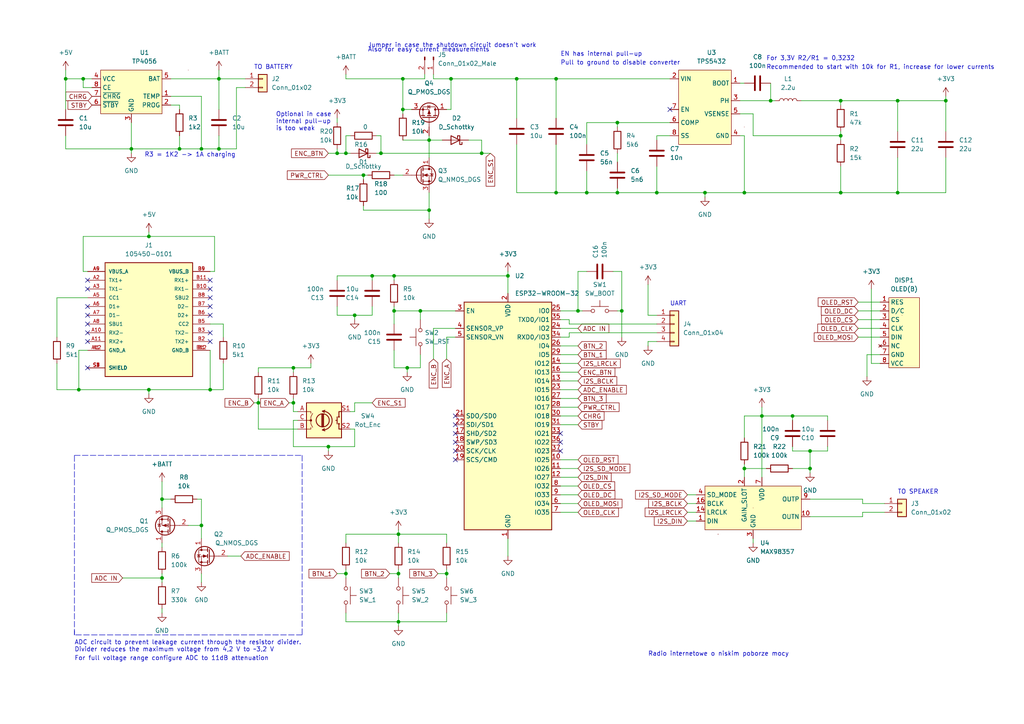
<source format=kicad_sch>
(kicad_sch (version 20211123) (generator eeschema)
  (paper "A4")
  (junction (at 190.5 55.88))
  (junction (at 19.05 22.86))
  (junction (at 107.95 80.01))
  (junction (at 85.09 106.68))
  (junction (at 58.42 43.18))
  (junction (at 124.46 40.64))
  (junction (at 243.84 55.88))
  (junction (at 46.99 167.64))
  (junction (at 63.5 22.86))
  (junction (at 95.25 129.54))
  (junction (at 121.92 90.17))
  (junction (at 147.32 80.01))
  (junction (at 161.29 55.88))
  (junction (at 124.46 60.96))
  (junction (at 114.3 80.01))
  (junction (at 215.9 135.89))
  (junction (at 149.86 22.86))
  (junction (at 243.84 39.37))
  (junction (at 100.33 44.45))
  (junction (at 114.3 90.17))
  (junction (at 74.93 116.84))
  (junction (at 170.18 55.88))
  (junction (at 24.13 22.86))
  (junction (at 243.84 29.21))
  (junction (at 60.96 113.03))
  (junction (at 97.79 44.45))
  (junction (at 105.41 50.8))
  (junction (at 58.42 152.4))
  (junction (at 52.07 43.18))
  (junction (at 116.84 22.86))
  (junction (at 234.95 130.81))
  (junction (at 115.57 180.34))
  (junction (at 215.9 55.88))
  (junction (at 274.32 29.21))
  (junction (at 260.35 55.88))
  (junction (at 46.99 144.78))
  (junction (at 229.87 120.65))
  (junction (at 102.87 91.44))
  (junction (at 22.86 113.03))
  (junction (at 38.1 43.18))
  (junction (at 116.84 31.75))
  (junction (at 129.54 166.37))
  (junction (at 43.18 68.58))
  (junction (at 260.35 29.21))
  (junction (at 110.49 44.45))
  (junction (at 179.07 55.88))
  (junction (at 115.57 166.37))
  (junction (at 180.34 90.17))
  (junction (at 43.18 113.03))
  (junction (at 179.07 35.56))
  (junction (at 118.11 106.68))
  (junction (at 139.7 44.45))
  (junction (at 167.64 90.17))
  (junction (at 130.81 22.86))
  (junction (at 85.09 116.84))
  (junction (at 223.52 29.21))
  (junction (at 234.95 135.89))
  (junction (at 115.57 154.94))
  (junction (at 204.47 55.88))
  (junction (at 220.98 120.65))
  (junction (at 63.5 43.18))
  (junction (at 100.33 166.37))
  (junction (at 161.29 22.86))
  (no_connect (at 162.56 128.27))
  (no_connect (at 162.56 125.73))
  (no_connect (at 162.56 130.81))
  (no_connect (at 25.4 93.98))
  (no_connect (at 25.4 83.82))
  (no_connect (at 25.4 81.28))
  (no_connect (at 25.4 91.44))
  (no_connect (at 25.4 88.9))
  (no_connect (at 60.96 81.28))
  (no_connect (at 60.96 83.82))
  (no_connect (at 60.96 86.36))
  (no_connect (at 60.96 88.9))
  (no_connect (at 60.96 91.44))
  (no_connect (at 25.4 99.06))
  (no_connect (at 25.4 96.52))
  (no_connect (at 60.96 96.52))
  (no_connect (at 60.96 99.06))
  (no_connect (at 25.4 106.68))
  (no_connect (at 194.31 31.75))
  (no_connect (at 132.08 130.81))
  (no_connect (at 132.08 133.35))
  (no_connect (at 132.08 120.65))
  (no_connect (at 132.08 123.19))
  (no_connect (at 132.08 125.73))
  (no_connect (at 132.08 128.27))
  (wire (pts (xy 58.42 152.4) (xy 58.42 156.21)))
  (wire (pts (xy 25.4 86.36) (xy 16.51 86.36)))
  (wire (pts (xy 121.92 102.87) (xy 121.92 106.68)))
  (wire (pts (xy 162.56 115.57) (xy 167.64 115.57)))
  (wire (pts (xy 97.79 34.29) (xy 97.79 35.56)))
  (wire (pts (xy 114.3 80.01) (xy 114.3 81.28)))
  (wire (pts (xy 49.53 22.86) (xy 63.5 22.86)))
  (wire (pts (xy 114.3 80.01) (xy 147.32 80.01)))
  (wire (pts (xy 97.79 91.44) (xy 102.87 91.44)))
  (wire (pts (xy 102.87 129.54) (xy 95.25 129.54)))
  (wire (pts (xy 101.6 119.38) (xy 102.87 119.38)))
  (wire (pts (xy 250.19 148.59) (xy 256.54 148.59)))
  (wire (pts (xy 60.96 113.03) (xy 43.18 113.03)))
  (wire (pts (xy 114.3 50.8) (xy 116.84 50.8)))
  (wire (pts (xy 46.99 144.78) (xy 49.53 144.78)))
  (wire (pts (xy 125.73 21.59) (xy 125.73 22.86)))
  (wire (pts (xy 58.42 152.4) (xy 58.42 144.78)))
  (wire (pts (xy 113.03 166.37) (xy 115.57 166.37)))
  (wire (pts (xy 97.79 43.18) (xy 97.79 44.45)))
  (polyline (pts (xy 87.63 184.15) (xy 21.59 184.15)))
  (wire (pts (xy 260.35 29.21) (xy 274.32 29.21)))
  (wire (pts (xy 85.09 116.84) (xy 85.09 119.38)))
  (wire (pts (xy 24.13 25.4) (xy 24.13 22.86)))
  (polyline (pts (xy 87.63 132.08) (xy 87.63 184.15)))
  (wire (pts (xy 85.09 121.92) (xy 85.09 129.54)))
  (wire (pts (xy 139.7 44.45) (xy 139.7 40.64)))
  (wire (pts (xy 116.84 40.64) (xy 124.46 40.64)))
  (wire (pts (xy 234.95 144.78) (xy 250.19 144.78)))
  (wire (pts (xy 52.07 30.48) (xy 49.53 30.48)))
  (wire (pts (xy 167.64 90.17) (xy 168.91 90.17)))
  (wire (pts (xy 19.05 22.86) (xy 24.13 22.86)))
  (wire (pts (xy 100.33 157.48) (xy 100.33 154.94)))
  (wire (pts (xy 58.42 43.18) (xy 63.5 43.18)))
  (wire (pts (xy 214.63 24.13) (xy 215.9 24.13)))
  (wire (pts (xy 19.05 39.37) (xy 19.05 43.18)))
  (wire (pts (xy 274.32 27.94) (xy 274.32 29.21)))
  (wire (pts (xy 110.49 39.37) (xy 110.49 44.45)))
  (wire (pts (xy 215.9 120.65) (xy 220.98 120.65)))
  (wire (pts (xy 218.44 156.21) (xy 218.44 157.48)))
  (wire (pts (xy 162.56 140.97) (xy 167.64 140.97)))
  (wire (pts (xy 162.56 100.33) (xy 167.64 100.33)))
  (wire (pts (xy 64.77 97.79) (xy 64.77 93.98)))
  (wire (pts (xy 46.99 167.64) (xy 46.99 168.91)))
  (wire (pts (xy 25.4 78.74) (xy 24.13 78.74)))
  (wire (pts (xy 243.84 48.26) (xy 243.84 55.88)))
  (wire (pts (xy 162.56 143.51) (xy 167.64 143.51)))
  (wire (pts (xy 215.9 55.88) (xy 215.9 39.37)))
  (wire (pts (xy 234.95 135.89) (xy 234.95 137.16)))
  (wire (pts (xy 214.63 29.21) (xy 223.52 29.21)))
  (wire (pts (xy 229.87 135.89) (xy 234.95 135.89)))
  (wire (pts (xy 220.98 120.65) (xy 220.98 138.43)))
  (wire (pts (xy 165.1 97.79) (xy 165.1 96.52)))
  (wire (pts (xy 260.35 29.21) (xy 260.35 38.1)))
  (wire (pts (xy 105.41 59.69) (xy 105.41 60.96)))
  (wire (pts (xy 260.35 45.72) (xy 260.35 55.88)))
  (wire (pts (xy 124.46 40.64) (xy 128.27 40.64)))
  (wire (pts (xy 215.9 134.62) (xy 215.9 135.89)))
  (wire (pts (xy 248.92 92.71) (xy 255.27 92.71)))
  (wire (pts (xy 190.5 91.44) (xy 187.96 91.44)))
  (wire (pts (xy 97.79 81.28) (xy 97.79 80.01)))
  (wire (pts (xy 118.11 106.68) (xy 114.3 106.68)))
  (wire (pts (xy 74.93 106.68) (xy 85.09 106.68)))
  (wire (pts (xy 123.19 22.86) (xy 123.19 21.59)))
  (wire (pts (xy 25.4 101.6) (xy 22.86 101.6)))
  (wire (pts (xy 162.56 107.95) (xy 167.64 107.95)))
  (wire (pts (xy 229.87 120.65) (xy 229.87 121.92)))
  (wire (pts (xy 260.35 55.88) (xy 243.84 55.88)))
  (wire (pts (xy 68.58 43.18) (xy 63.5 43.18)))
  (wire (pts (xy 46.99 157.48) (xy 46.99 158.75)))
  (wire (pts (xy 129.54 97.79) (xy 129.54 104.14)))
  (wire (pts (xy 232.41 29.21) (xy 243.84 29.21)))
  (wire (pts (xy 218.44 39.37) (xy 243.84 39.37)))
  (wire (pts (xy 162.56 135.89) (xy 167.64 135.89)))
  (wire (pts (xy 97.79 166.37) (xy 100.33 166.37)))
  (wire (pts (xy 100.33 180.34) (xy 115.57 180.34)))
  (wire (pts (xy 243.84 29.21) (xy 243.84 30.48)))
  (wire (pts (xy 100.33 21.59) (xy 100.33 22.86)))
  (wire (pts (xy 121.92 90.17) (xy 121.92 92.71)))
  (wire (pts (xy 180.34 90.17) (xy 180.34 97.79)))
  (wire (pts (xy 114.3 88.9) (xy 114.3 90.17)))
  (wire (pts (xy 110.49 44.45) (xy 139.7 44.45)))
  (wire (pts (xy 129.54 180.34) (xy 115.57 180.34)))
  (wire (pts (xy 115.57 154.94) (xy 115.57 157.48)))
  (wire (pts (xy 109.22 39.37) (xy 110.49 39.37)))
  (wire (pts (xy 97.79 88.9) (xy 97.79 91.44)))
  (wire (pts (xy 170.18 49.53) (xy 170.18 55.88)))
  (wire (pts (xy 165.1 96.52) (xy 190.5 96.52)))
  (wire (pts (xy 162.56 123.19) (xy 167.64 123.19)))
  (wire (pts (xy 115.57 154.94) (xy 115.57 153.67)))
  (wire (pts (xy 215.9 135.89) (xy 222.25 135.89)))
  (wire (pts (xy 177.8 78.74) (xy 180.34 78.74)))
  (wire (pts (xy 240.03 129.54) (xy 240.03 130.81)))
  (wire (pts (xy 162.56 105.41) (xy 167.64 105.41)))
  (wire (pts (xy 100.33 177.8) (xy 100.33 180.34)))
  (wire (pts (xy 102.87 119.38) (xy 102.87 116.84)))
  (wire (pts (xy 68.58 25.4) (xy 68.58 43.18)))
  (wire (pts (xy 101.6 39.37) (xy 100.33 39.37)))
  (wire (pts (xy 162.56 146.05) (xy 167.64 146.05)))
  (wire (pts (xy 97.79 44.45) (xy 100.33 44.45)))
  (wire (pts (xy 170.18 35.56) (xy 179.07 35.56)))
  (wire (pts (xy 24.13 22.86) (xy 26.67 22.86)))
  (wire (pts (xy 115.57 166.37) (xy 115.57 167.64)))
  (wire (pts (xy 19.05 22.86) (xy 19.05 31.75)))
  (wire (pts (xy 54.61 152.4) (xy 58.42 152.4)))
  (wire (pts (xy 161.29 22.86) (xy 161.29 34.29)))
  (wire (pts (xy 252.73 83.82) (xy 252.73 105.41)))
  (wire (pts (xy 16.51 105.41) (xy 16.51 113.03)))
  (wire (pts (xy 60.96 78.74) (xy 62.23 78.74)))
  (wire (pts (xy 46.99 166.37) (xy 46.99 167.64)))
  (wire (pts (xy 22.86 101.6) (xy 22.86 113.03)))
  (wire (pts (xy 190.5 39.37) (xy 194.31 39.37)))
  (wire (pts (xy 74.93 107.95) (xy 74.93 106.68)))
  (wire (pts (xy 162.56 113.03) (xy 167.64 113.03)))
  (wire (pts (xy 179.07 35.56) (xy 179.07 36.83)))
  (wire (pts (xy 83.82 116.84) (xy 85.09 116.84)))
  (wire (pts (xy 63.5 22.86) (xy 71.12 22.86)))
  (wire (pts (xy 223.52 24.13) (xy 223.52 29.21)))
  (wire (pts (xy 62.23 68.58) (xy 43.18 68.58)))
  (wire (pts (xy 19.05 20.32) (xy 19.05 22.86)))
  (wire (pts (xy 105.41 50.8) (xy 105.41 52.07)))
  (wire (pts (xy 162.56 133.35) (xy 167.64 133.35)))
  (wire (pts (xy 129.54 177.8) (xy 129.54 180.34)))
  (wire (pts (xy 100.33 22.86) (xy 116.84 22.86)))
  (wire (pts (xy 179.07 44.45) (xy 179.07 46.99)))
  (wire (pts (xy 95.25 44.45) (xy 97.79 44.45)))
  (wire (pts (xy 255.27 102.87) (xy 251.46 102.87)))
  (wire (pts (xy 24.13 78.74) (xy 24.13 68.58)))
  (wire (pts (xy 234.95 130.81) (xy 240.03 130.81)))
  (wire (pts (xy 190.5 99.06) (xy 187.96 99.06)))
  (wire (pts (xy 124.46 39.37) (xy 124.46 40.64)))
  (wire (pts (xy 102.87 124.46) (xy 102.87 129.54)))
  (wire (pts (xy 248.92 90.17) (xy 255.27 90.17)))
  (wire (pts (xy 162.56 90.17) (xy 167.64 90.17)))
  (wire (pts (xy 132.08 97.79) (xy 129.54 97.79)))
  (wire (pts (xy 130.81 22.86) (xy 149.86 22.86)))
  (wire (pts (xy 74.93 124.46) (xy 74.93 116.84)))
  (wire (pts (xy 218.44 33.02) (xy 218.44 39.37)))
  (wire (pts (xy 274.32 55.88) (xy 260.35 55.88)))
  (wire (pts (xy 101.6 124.46) (xy 102.87 124.46)))
  (wire (pts (xy 214.63 39.37) (xy 215.9 39.37)))
  (wire (pts (xy 161.29 55.88) (xy 170.18 55.88)))
  (wire (pts (xy 274.32 45.72) (xy 274.32 55.88)))
  (wire (pts (xy 22.86 113.03) (xy 43.18 113.03)))
  (wire (pts (xy 116.84 22.86) (xy 116.84 31.75)))
  (wire (pts (xy 199.39 143.51) (xy 201.93 143.51)))
  (wire (pts (xy 68.58 25.4) (xy 71.12 25.4)))
  (wire (pts (xy 64.77 105.41) (xy 64.77 113.03)))
  (wire (pts (xy 107.95 80.01) (xy 114.3 80.01)))
  (wire (pts (xy 58.42 27.94) (xy 58.42 43.18)))
  (wire (pts (xy 102.87 91.44) (xy 102.87 92.71)))
  (wire (pts (xy 24.13 68.58) (xy 43.18 68.58)))
  (wire (pts (xy 162.56 95.25) (xy 167.64 95.25)))
  (wire (pts (xy 162.56 97.79) (xy 165.1 97.79)))
  (wire (pts (xy 58.42 166.37) (xy 58.42 168.91)))
  (wire (pts (xy 274.32 29.21) (xy 274.32 38.1)))
  (polyline (pts (xy 21.59 184.15) (xy 21.59 132.08)))
  (polyline (pts (xy 21.59 182.88) (xy 21.59 184.15)))
  (wire (pts (xy 162.56 118.11) (xy 167.64 118.11)))
  (wire (pts (xy 149.86 22.86) (xy 149.86 34.29)))
  (wire (pts (xy 248.92 95.25) (xy 255.27 95.25)))
  (wire (pts (xy 170.18 55.88) (xy 179.07 55.88)))
  (wire (pts (xy 129.54 166.37) (xy 129.54 167.64)))
  (wire (pts (xy 102.87 91.44) (xy 107.95 91.44)))
  (wire (pts (xy 52.07 31.75) (xy 52.07 30.48)))
  (wire (pts (xy 90.17 106.68) (xy 90.17 105.41)))
  (wire (pts (xy 86.36 121.92) (xy 85.09 121.92)))
  (wire (pts (xy 199.39 148.59) (xy 201.93 148.59)))
  (wire (pts (xy 204.47 57.15) (xy 204.47 55.88)))
  (wire (pts (xy 167.64 78.74) (xy 167.64 90.17)))
  (wire (pts (xy 255.27 105.41) (xy 252.73 105.41)))
  (wire (pts (xy 85.09 106.68) (xy 90.17 106.68)))
  (wire (pts (xy 115.57 177.8) (xy 115.57 180.34)))
  (wire (pts (xy 115.57 165.1) (xy 115.57 166.37)))
  (wire (pts (xy 58.42 144.78) (xy 57.15 144.78)))
  (wire (pts (xy 124.46 60.96) (xy 124.46 63.5)))
  (wire (pts (xy 74.93 116.84) (xy 74.93 115.57)))
  (wire (pts (xy 215.9 55.88) (xy 243.84 55.88)))
  (wire (pts (xy 107.95 81.28) (xy 107.95 80.01)))
  (wire (pts (xy 162.56 138.43) (xy 167.64 138.43)))
  (wire (pts (xy 147.32 156.21) (xy 147.32 161.29)))
  (wire (pts (xy 16.51 86.36) (xy 16.51 97.79)))
  (wire (pts (xy 179.07 90.17) (xy 180.34 90.17)))
  (wire (pts (xy 170.18 41.91) (xy 170.18 35.56)))
  (wire (pts (xy 229.87 130.81) (xy 234.95 130.81)))
  (wire (pts (xy 100.33 154.94) (xy 115.57 154.94)))
  (wire (pts (xy 100.33 165.1) (xy 100.33 166.37)))
  (wire (pts (xy 52.07 39.37) (xy 52.07 43.18)))
  (wire (pts (xy 114.3 101.6) (xy 114.3 106.68)))
  (wire (pts (xy 165.1 93.98) (xy 190.5 93.98)))
  (wire (pts (xy 240.03 120.65) (xy 240.03 121.92)))
  (wire (pts (xy 250.19 144.78) (xy 250.19 146.05)))
  (wire (pts (xy 127 166.37) (xy 129.54 166.37)))
  (wire (pts (xy 149.86 41.91) (xy 149.86 55.88)))
  (wire (pts (xy 97.79 80.01) (xy 107.95 80.01)))
  (wire (pts (xy 215.9 127) (xy 215.9 120.65)))
  (wire (pts (xy 58.42 43.18) (xy 52.07 43.18)))
  (wire (pts (xy 26.67 25.4) (xy 24.13 25.4)))
  (wire (pts (xy 250.19 149.86) (xy 250.19 148.59)))
  (wire (pts (xy 199.39 151.13) (xy 201.93 151.13)))
  (wire (pts (xy 105.41 60.96) (xy 124.46 60.96)))
  (wire (pts (xy 95.25 50.8) (xy 105.41 50.8)))
  (wire (pts (xy 121.92 106.68) (xy 118.11 106.68)))
  (wire (pts (xy 115.57 180.34) (xy 115.57 181.61)))
  (wire (pts (xy 234.95 149.86) (xy 250.19 149.86)))
  (wire (pts (xy 85.09 115.57) (xy 85.09 116.84)))
  (wire (pts (xy 116.84 31.75) (xy 119.38 31.75)))
  (wire (pts (xy 194.31 35.56) (xy 179.07 35.56)))
  (wire (pts (xy 114.3 90.17) (xy 114.3 93.98)))
  (wire (pts (xy 243.84 29.21) (xy 260.35 29.21)))
  (wire (pts (xy 229.87 129.54) (xy 229.87 130.81)))
  (wire (pts (xy 118.11 106.68) (xy 118.11 107.95)))
  (wire (pts (xy 102.87 116.84) (xy 107.95 116.84)))
  (polyline (pts (xy 21.59 132.08) (xy 87.63 132.08)))
  (wire (pts (xy 180.34 78.74) (xy 180.34 90.17)))
  (wire (pts (xy 86.36 124.46) (xy 74.93 124.46)))
  (wire (pts (xy 190.5 48.26) (xy 190.5 55.88)))
  (wire (pts (xy 162.56 102.87) (xy 167.64 102.87)))
  (wire (pts (xy 161.29 41.91) (xy 161.29 55.88)))
  (wire (pts (xy 100.33 44.45) (xy 101.6 44.45)))
  (wire (pts (xy 187.96 91.44) (xy 187.96 82.55)))
  (wire (pts (xy 234.95 130.81) (xy 234.95 135.89)))
  (wire (pts (xy 147.32 80.01) (xy 147.32 85.09)))
  (wire (pts (xy 95.25 129.54) (xy 95.25 130.81)))
  (wire (pts (xy 35.56 167.64) (xy 46.99 167.64)))
  (wire (pts (xy 125.73 95.25) (xy 125.73 104.14)))
  (wire (pts (xy 223.52 29.21) (xy 224.79 29.21)))
  (wire (pts (xy 85.09 129.54) (xy 95.25 129.54)))
  (wire (pts (xy 248.92 97.79) (xy 255.27 97.79)))
  (wire (pts (xy 187.96 99.06) (xy 187.96 100.33)))
  (wire (pts (xy 63.5 22.86) (xy 63.5 31.75)))
  (wire (pts (xy 179.07 54.61) (xy 179.07 55.88)))
  (wire (pts (xy 229.87 120.65) (xy 240.03 120.65)))
  (wire (pts (xy 161.29 22.86) (xy 194.31 22.86)))
  (wire (pts (xy 124.46 55.88) (xy 124.46 60.96)))
  (wire (pts (xy 63.5 20.32) (xy 63.5 22.86)))
  (wire (pts (xy 49.53 27.94) (xy 58.42 27.94)))
  (wire (pts (xy 132.08 90.17) (xy 121.92 90.17)))
  (wire (pts (xy 46.99 139.7) (xy 46.99 144.78)))
  (wire (pts (xy 250.19 146.05) (xy 256.54 146.05)))
  (wire (pts (xy 38.1 35.56) (xy 38.1 43.18)))
  (wire (pts (xy 106.68 50.8) (xy 105.41 50.8)))
  (wire (pts (xy 73.66 116.84) (xy 74.93 116.84)))
  (wire (pts (xy 60.96 101.6) (xy 60.96 113.03)))
  (wire (pts (xy 86.36 119.38) (xy 85.09 119.38)))
  (wire (pts (xy 243.84 39.37) (xy 243.84 40.64)))
  (wire (pts (xy 19.05 43.18) (xy 38.1 43.18)))
  (wire (pts (xy 43.18 68.58) (xy 43.18 67.31)))
  (wire (pts (xy 116.84 22.86) (xy 123.19 22.86)))
  (wire (pts (xy 162.56 110.49) (xy 167.64 110.49)))
  (wire (pts (xy 214.63 33.02) (xy 218.44 33.02)))
  (wire (pts (xy 204.47 55.88) (xy 215.9 55.88)))
  (wire (pts (xy 199.39 146.05) (xy 201.93 146.05)))
  (wire (pts (xy 38.1 43.18) (xy 38.1 44.45)))
  (wire (pts (xy 64.77 113.03) (xy 60.96 113.03)))
  (wire (pts (xy 63.5 39.37) (xy 63.5 43.18)))
  (wire (pts (xy 43.18 113.03) (xy 43.18 114.3)))
  (wire (pts (xy 190.5 40.64) (xy 190.5 39.37)))
  (wire (pts (xy 215.9 135.89) (xy 215.9 138.43)))
  (wire (pts (xy 135.89 40.64) (xy 139.7 40.64)))
  (wire (pts (xy 149.86 55.88) (xy 161.29 55.88)))
  (wire (pts (xy 66.04 161.29) (xy 69.85 161.29)))
  (wire (pts (xy 64.77 93.98) (xy 60.96 93.98)))
  (wire (pts (xy 190.5 55.88) (xy 204.47 55.88)))
  (wire (pts (xy 220.98 120.65) (xy 229.87 120.65)))
  (wire (pts (xy 121.92 90.17) (xy 114.3 90.17)))
  (wire (pts (xy 179.07 55.88) (xy 190.5 55.88)))
  (wire (pts (xy 109.22 44.45) (xy 110.49 44.45)))
  (wire (pts (xy 129.54 165.1) (xy 129.54 166.37)))
  (wire (pts (xy 220.98 118.11) (xy 220.98 120.65)))
  (wire (pts (xy 251.46 102.87) (xy 251.46 109.22)))
  (wire (pts (xy 85.09 107.95) (xy 85.09 106.68)))
  (wire (pts (xy 248.92 87.63) (xy 255.27 87.63)))
  (wire (pts (xy 129.54 154.94) (xy 115.57 154.94)))
  (wire (pts (xy 162.56 148.59) (xy 167.64 148.59)))
  (wire (pts (xy 129.54 31.75) (xy 130.81 31.75)))
  (wire (pts (xy 16.51 113.03) (xy 22.86 113.03)))
  (wire (pts (xy 100.33 39.37) (xy 100.33 44.45)))
  (wire (pts (xy 149.86 22.86) (xy 161.29 22.86)))
  (wire (pts (xy 46.99 144.78) (xy 46.99 147.32)))
  (wire (pts (xy 165.1 92.71) (xy 165.1 93.98)))
  (wire (pts (xy 107.95 88.9) (xy 107.95 91.44)))
  (wire (pts (xy 243.84 38.1) (xy 243.84 39.37)))
  (wire (pts (xy 162.56 92.71) (xy 165.1 92.71)))
  (wire (pts (xy 125.73 22.86) (xy 130.81 22.86)))
  (wire (pts (xy 124.46 40.64) (xy 124.46 45.72)))
  (wire (pts (xy 116.84 31.75) (xy 116.84 33.02)))
  (wire (pts (xy 147.32 78.74) (xy 147.32 80.01)))
  (wire (pts (xy 132.08 95.25) (xy 125.73 95.25)))
  (wire (pts (xy 142.24 44.45) (xy 139.7 44.45)))
  (wire (pts (xy 62.23 78.74) (xy 62.23 68.58)))
  (wire (pts (xy 100.33 166.37) (xy 100.33 167.64)))
  (wire (pts (xy 46.99 176.53) (xy 46.99 177.8)))
  (wire (pts (xy 52.07 43.18) (xy 38.1 43.18)))
  (wire (pts (xy 129.54 157.48) (xy 129.54 154.94)))
  (wire (pts (xy 162.56 120.65) (xy 167.64 120.65)))
  (wire (pts (xy 170.18 78.74) (xy 167.64 78.74)))
  (wire (pts (xy 130.81 31.75) (xy 130.81 22.86)))
  (text "Jumper in case the shutdown circuit doesn't work" (at 106.68 13.97 0) (effects (font (size 1.27 1.27)) (justify left bottom)))
  (text "Radio internetowe o niskim poborze mocy" (at 187.96 190.5 0) (effects (font (size 1.27 1.27)) (justify left bottom)))
  (text "Optional in case\ninternal pull-up \nis too weak" (at 80.01 38.1 0) (effects (font (size 1.27 1.27)) (justify left bottom)))
  (text "TO BATTERY" (at 73.66 20.32 0) (effects (font (size 1.27 1.27)) (justify left bottom)))
  (text "ADC circuit to prevent leakage current through the resistor divider.\nDivider reduces the maximum voltage from 4,2 V to ~3,2 V" (at 21.59 189.23 0) (effects (font (size 1.27 1.27)) (justify left bottom)))
  (text "For full voltage range configure ADC to 11dB attenuation" (at 21.59 191.77 0) (effects (font (size 1.27 1.27)) (justify left bottom)))
  (text "Pull to ground to disable converter" (at 162.56 19.05 0) (effects (font (size 1.27 1.27)) (justify left bottom)))
  (text "Recommended to start with 10k for R1, increase for lower currents" (at 222.25 20.32 0) (effects (font (size 1.27 1.27)) (justify left bottom)))
  (text "R3 = 1K2 -> 1A charging" (at 41.91 45.72 0) (effects (font (size 1.27 1.27)) (justify left bottom)))
  (text "EN has internal pull-up\n" (at 162.56 16.51 0) (effects (font (size 1.27 1.27)) (justify left bottom)))
  (text "Also for easy current measurements" (at 106.68 15.24 0) (effects (font (size 1.27 1.27)) (justify left bottom)))
  (text "TO SPEAKER\n" (at 260.35 143.51 0) (effects (font (size 1.27 1.27)) (justify left bottom)))
  (text "For 3,3V R2/R1 = 0,3232" (at 222.25 17.78 0) (effects (font (size 1.27 1.27)) (justify left bottom)))
  (text "UART" (at 194.31 88.9 0) (effects (font (size 1.27 1.27)) (justify left bottom)))
  (global_label "OLED_CLK" (shape input) (at 248.92 95.25 180) (property "Intersheet References" "${INTERSHEET_REFS}" (effects hide)))
  (global_label "PWR_CTRL" (shape input) (at 95.25 50.8 180) (property "Intersheet References" "${INTERSHEET_REFS}" (effects hide)))
  (global_label "BTN_3" (shape input) (at 167.64 115.57 0) (property "Intersheet References" "${INTERSHEET_REFS}" (effects hide)))
  (global_label "ADC IN" (shape input) (at 167.64 95.25 0) (property "Intersheet References" "${INTERSHEET_REFS}" (effects hide)))
  (global_label "I2S_SD_MODE" (shape input) (at 167.64 135.89 0) (property "Intersheet References" "${INTERSHEET_REFS}" (effects hide)))
  (global_label "ADC_ENABLE" (shape input) (at 167.64 113.03 0) (property "Intersheet References" "${INTERSHEET_REFS}" (effects hide)))
  (global_label "OLED_RST" (shape input) (at 248.92 87.63 180) (property "Intersheet References" "${INTERSHEET_REFS}" (effects hide)))
  (global_label "BTN_2" (shape input) (at 113.03 166.37 180) (property "Intersheet References" "${INTERSHEET_REFS}" (effects hide)))
  (global_label "BTN_1" (shape input) (at 167.64 102.87 0) (property "Intersheet References" "${INTERSHEET_REFS}" (effects hide)))
  (global_label "I2S_SD_MODE" (shape input) (at 199.39 143.51 180) (property "Intersheet References" "${INTERSHEET_REFS}" (effects hide)))
  (global_label "OLED_CLK" (shape input) (at 167.64 148.59 0) (property "Intersheet References" "${INTERSHEET_REFS}" (effects hide)))
  (global_label "OLED_DC" (shape input) (at 248.92 90.17 180) (property "Intersheet References" "${INTERSHEET_REFS}" (effects hide)))
  (global_label "ENC_BTN" (shape input) (at 95.25 44.45 180) (property "Intersheet References" "${INTERSHEET_REFS}" (effects hide)))
  (global_label "I2S_DIN" (shape input) (at 167.64 138.43 0) (property "Intersheet References" "${INTERSHEET_REFS}" (effects hide)))
  (global_label "ENC_S1" (shape input) (at 142.24 44.45 270) (property "Intersheet References" "${INTERSHEET_REFS}" (effects hide)))
  (global_label "ENC_B" (shape input) (at 125.73 104.14 270) (property "Intersheet References" "${INTERSHEET_REFS}" (effects hide)))
  (global_label "ADC IN" (shape input) (at 35.56 167.64 180) (property "Intersheet References" "${INTERSHEET_REFS}" (effects hide)))
  (global_label "I2S_LRCLK" (shape input) (at 199.39 148.59 180) (property "Intersheet References" "${INTERSHEET_REFS}" (effects hide)))
  (global_label "OLED_CS" (shape input) (at 167.64 140.97 0) (property "Intersheet References" "${INTERSHEET_REFS}" (effects hide)))
  (global_label "OLED_DC" (shape input) (at 167.64 143.51 0) (property "Intersheet References" "${INTERSHEET_REFS}" (effects hide)))
  (global_label "PWR_CTRL" (shape input) (at 167.64 118.11 0) (property "Intersheet References" "${INTERSHEET_REFS}" (effects hide)))
  (global_label "I2S_DIN" (shape input) (at 199.39 151.13 180) (property "Intersheet References" "${INTERSHEET_REFS}" (effects hide)))
  (global_label "ENC_A" (shape input) (at 83.82 116.84 180) (property "Intersheet References" "${INTERSHEET_REFS}" (effects hide)))
  (global_label "BTN_3" (shape input) (at 127 166.37 180) (property "Intersheet References" "${INTERSHEET_REFS}" (effects hide)))
  (global_label "BTN_2" (shape input) (at 167.64 100.33 0) (property "Intersheet References" "${INTERSHEET_REFS}" (effects hide)))
  (global_label "CHRG" (shape input) (at 167.64 120.65 0) (property "Intersheet References" "${INTERSHEET_REFS}" (effects hide)))
  (global_label "ENC_A" (shape input) (at 129.54 104.14 270) (property "Intersheet References" "${INTERSHEET_REFS}" (effects hide)))
  (global_label "ENC_B" (shape input) (at 73.66 116.84 180) (property "Intersheet References" "${INTERSHEET_REFS}" (effects hide)))
  (global_label "STBY" (shape input) (at 26.67 30.48 180) (property "Intersheet References" "${INTERSHEET_REFS}" (effects hide)))
  (global_label "OLED_MOSI" (shape input) (at 248.92 97.79 180) (property "Intersheet References" "${INTERSHEET_REFS}" (effects hide)))
  (global_label "CHRG" (shape input) (at 26.67 27.94 180) (property "Intersheet References" "${INTERSHEET_REFS}" (effects hide)))
  (global_label "OLED_CS" (shape input) (at 248.92 92.71 180) (property "Intersheet References" "${INTERSHEET_REFS}" (effects hide)))
  (global_label "ENC_BTN" (shape input) (at 167.64 107.95 0) (property "Intersheet References" "${INTERSHEET_REFS}" (effects hide)))
  (global_label "OLED_RST" (shape input) (at 167.64 133.35 0) (property "Intersheet References" "${INTERSHEET_REFS}" (effects hide)))
  (global_label "I2S_BCLK" (shape input) (at 199.39 146.05 180) (property "Intersheet References" "${INTERSHEET_REFS}" (effects hide)))
  (global_label "I2S_BCLK" (shape input) (at 167.64 110.49 0) (property "Intersheet References" "${INTERSHEET_REFS}" (effects hide)))
  (global_label "ADC_ENABLE" (shape input) (at 69.85 161.29 0) (property "Intersheet References" "${INTERSHEET_REFS}" (effects hide)))
  (global_label "ENC_S1" (shape input) (at 107.95 116.84 0) (property "Intersheet References" "${INTERSHEET_REFS}" (effects hide)))
  (global_label "STBY" (shape input) (at 167.64 123.19 0) (property "Intersheet References" "${INTERSHEET_REFS}" (effects hide)))
  (global_label "I2S_LRCLK" (shape input) (at 167.64 105.41 0) (property "Intersheet References" "${INTERSHEET_REFS}" (effects hide)))
  (global_label "BTN_1" (shape input) (at 97.79 166.37 180) (property "Intersheet References" "${INTERSHEET_REFS}" (effects hide)))
  (global_label "OLED_MOSI" (shape input) (at 167.64 146.05 0) (property "Intersheet References" "${INTERSHEET_REFS}" (effects hide)))
  (symbol (lib_id "power:+3V3") (at 187.96 82.55 0) (unit 1)
    (property "Reference" "#PWR0108" (effects hide))
    (property "Value" "+3V3" (at 187.96 77.47 0))
  )
  (symbol (lib_id "Connector_Generic:Conn_01x02") (at 76.2 22.86 0) (unit 1) (in_bom no)
    (property "Reference" "J2" (at 78.74 22.8599 0) (effects (justify left)))
    (property "Value" "Conn_01x02" (at 78.74 25.3999 0) (effects (justify left)))
    (property "Footprint" "Connector_PinHeader_2.54mm:PinHeader_1x02_P2.54mm_Vertical" (effects hide))
  )
  (symbol (lib_id "power:+3V3") (at 97.79 34.29 0) (unit 1)
    (property "Reference" "#PWR0124" (effects hide))
    (property "Value" "+3V3" (at 97.79 29.21 0))
  )
  (symbol (lib_id "Device:R") (at 129.54 161.29 0) (unit 1)
    (property "Reference" "R15" (at 132.08 160.0199 0) (effects (justify left)))
    (property "Value" "10k" (at 132.08 162.5599 0) (effects (justify left)))
    (property "Footprint" "Resistor_SMD:R_0603_1608Metric" (effects hide))
  )
  (symbol (lib_id "Switch:SW_Push") (at 100.33 172.72 270) (unit 1)
    (property "Reference" "SW3" (at 104.14 171.4499 90) (effects (justify left)))
    (property "Value" "SW_1" (at 104.14 173.9899 90) (effects (justify left)))
    (property "Footprint" "Button_Switch_SMD:SW_Push_1P1T_NO_6x6mm_H9.5mm" (effects hide))
  )
  (symbol (lib_id "Switch:SW_Push") (at 121.92 97.79 90) (unit 1)
    (property "Reference" "SW2" (at 123.19 96.5199 90) (effects (justify right)))
    (property "Value" "SW_RST" (at 123.19 99.0599 90) (effects (justify right)))
    (property "Footprint" "Button_Switch_SMD:SW_Push_1P1T_NO_6x6mm_H9.5mm" (effects hide))
  )
  (symbol (lib_id "power:GND") (at 180.34 97.79 0) (unit 1)
    (property "Reference" "#PWR02" (effects hide))
    (property "Value" "GND" (at 180.34 102.87 0))
  )
  (symbol (lib_id "Device:R") (at 215.9 130.81 180) (unit 1)
    (property "Reference" "R21" (at 218.44 129.5399 0) (effects (justify right)))
    (property "Value" "100k" (at 218.44 132.0799 0) (effects (justify right)))
    (property "Footprint" "Resistor_SMD:R_0603_1608Metric" (effects hide))
  )
  (symbol (lib_id "power:GND") (at 251.46 109.22 0) (mirror y) (unit 1)
    (property "Reference" "#PWR0103" (effects hide))
    (property "Value" "GND" (at 251.46 114.3 0))
  )
  (symbol (lib_id "power:GND") (at 58.42 168.91 0) (unit 1)
    (property "Reference" "#PWR06" (effects hide))
    (property "Value" "GND" (at 58.42 173.99 0))
  )
  (symbol (lib_id "power:+BATT") (at 100.33 21.59 0) (unit 1)
    (property "Reference" "#PWR0121" (effects hide))
    (property "Value" "+BATT" (at 100.33 16.51 0))
  )
  (symbol (lib_id "Connector_Generic:Conn_01x04") (at 195.58 93.98 0) (unit 1)
    (property "Reference" "J4" (at 198.12 93.9799 0) (effects (justify left)))
    (property "Value" "Conn_01x04" (at 198.12 96.5199 0) (effects (justify left)))
    (property "Footprint" "Connector_PinHeader_2.54mm:PinHeader_1x04_P2.54mm_Vertical" (effects hide))
  )
  (symbol (lib_id "power:GND") (at 204.47 57.15 0) (unit 1)
    (property "Reference" "#PWR0122" (effects hide))
    (property "Value" "GND" (at 204.47 62.23 0))
  )
  (symbol (lib_id "Device:R") (at 100.33 161.29 0) (unit 1)
    (property "Reference" "R12" (at 102.87 160.0199 0) (effects (justify left)))
    (property "Value" "10k" (at 102.87 162.5599 0) (effects (justify left)))
    (property "Footprint" "Resistor_SMD:R_0603_1608Metric" (effects hide))
  )
  (symbol (lib_id "Device:C") (at 240.03 125.73 180) (unit 1)
    (property "Reference" "C10" (at 236.22 127 0) (effects (justify left)))
    (property "Value" "10u" (at 236.22 124.46 0) (effects (justify left)))
    (property "Footprint" "Capacitor_SMD:C_1206_3216Metric" (effects hide))
  )
  (symbol (lib_id "Device:R") (at 46.99 172.72 0) (unit 1)
    (property "Reference" "R7" (at 49.53 171.4499 0) (effects (justify left)))
    (property "Value" "330k" (at 49.53 173.9899 0) (effects (justify left)))
    (property "Footprint" "Resistor_SMD:R_0603_1608Metric" (effects hide))
  )
  (symbol (lib_id "power:GND") (at 102.87 92.71 0) (unit 1)
    (property "Reference" "#PWR01" (effects hide))
    (property "Value" "GND" (at 102.87 97.79 0))
  )
  (symbol (lib_id "Device:C") (at 19.05 35.56 0) (unit 1)
    (property "Reference" "C1" (at 22.86 34.29 0) (effects (justify left)))
    (property "Value" "10u" (at 22.86 36.8299 0) (effects (justify left)))
    (property "Footprint" "Capacitor_SMD:C_1206_3216Metric" (effects hide))
  )
  (symbol (lib_id "Device:C") (at 274.32 41.91 0) (unit 1)
    (property "Reference" "C12" (at 278.13 40.6399 0) (effects (justify left)))
    (property "Value" "22u" (at 278.13 43.1799 0) (effects (justify left)))
    (property "Footprint" "Capacitor_SMD:C_1206_3216Metric" (effects hide))
  )
  (symbol (lib_id "power:+BATT") (at 46.99 139.7 0) (unit 1)
    (property "Reference" "#PWR04" (effects hide))
    (property "Value" "+BATT" (at 46.99 134.62 0))
  )
  (symbol (lib_id "Switch:SW_Push") (at 173.99 90.17 0) (unit 1)
    (property "Reference" "SW1" (at 173.99 82.55 0))
    (property "Value" "SW_BOOT" (at 173.99 85.09 0))
    (property "Footprint" "Button_Switch_SMD:SW_Push_1P1T_NO_6x6mm_H9.5mm" (effects hide))
  )
  (symbol (lib_id "power:GND") (at 118.11 107.95 0) (unit 1)
    (property "Reference" "#PWR03" (effects hide))
    (property "Value" "GND" (at 118.11 113.03 0))
  )
  (symbol (lib_id "Device:C") (at 161.29 38.1 0) (unit 1)
    (property "Reference" "C4" (at 165.1 36.8299 0) (effects (justify left)))
    (property "Value" "100n" (at 165.1 39.3699 0) (effects (justify left)))
    (property "Footprint" "Capacitor_SMD:C_0603_1608Metric" (effects hide))
  )
  (symbol (lib_id "Device:R") (at 52.07 35.56 0) (unit 1)
    (property "Reference" "R3" (at 54.61 34.29 0) (effects (justify left)))
    (property "Value" "1k2" (at 54.61 36.83 0) (effects (justify left)))
    (property "Footprint" "Resistor_SMD:R_0603_1608Metric" (effects hide))
  )
  (symbol (lib_id "Device:R") (at 116.84 36.83 0) (unit 1)
    (property "Reference" "R19" (at 119.38 35.5599 0) (effects (justify left)))
    (property "Value" "10k" (at 119.38 38.0999 0) (effects (justify left)))
    (property "Footprint" "Resistor_SMD:R_0603_1608Metric" (effects hide))
  )
  (symbol (lib_id "Connector_Generic:Conn_01x02") (at 261.62 146.05 0) (unit 1) (in_bom no)
    (property "Reference" "J3" (at 264.16 146.0499 0) (effects (justify left)))
    (property "Value" "Conn_01x02" (at 264.16 148.5899 0) (effects (justify left)))
    (property "Footprint" "Connector_PinHeader_2.54mm:PinHeader_1x02_P2.54mm_Vertical" (effects hide))
  )
  (symbol (lib_id "Device:C") (at 179.07 50.8 0) (unit 1)
    (property "Reference" "C6" (at 182.88 49.5299 0) (effects (justify left)))
    (property "Value" "5n6" (at 182.88 52.0699 0) (effects (justify left)))
    (property "Footprint" "Capacitor_SMD:C_0603_1608Metric" (effects hide))
  )
  (symbol (lib_id "scalaki:MAX98357") (at 218.44 147.32 0) (unit 1)
    (property "Reference" "U4" (at 220.4594 157.48 0) (effects (justify left)))
    (property "Value" "MAX98357" (at 220.4594 160.02 0) (effects (justify left)))
    (property "Footprint" "Package_DFN_QFN:TQFN-16-1EP_3x3mm_P0.5mm_EP1.23x1.23mm" (effects hide))
    (property "Datasheet" "https://datasheets.maximintegrated.com/en/ds/MAX98357A-MAX98357B.pdf" (effects hide))
  )
  (symbol (lib_id "Device:R") (at 16.51 101.6 0) (unit 1)
    (property "Reference" "R9" (at 19.05 100.3299 0) (effects (justify left)))
    (property "Value" "5k1" (at 19.05 102.8699 0) (effects (justify left)))
    (property "Footprint" "Resistor_SMD:R_0603_1608Metric" (effects hide))
  )
  (symbol (lib_id "Device:R") (at 64.77 101.6 0) (unit 1)
    (property "Reference" "R10" (at 67.31 100.3299 0) (effects (justify left)))
    (property "Value" "5k1" (at 67.31 102.8699 0) (effects (justify left)))
    (property "Footprint" "Resistor_SMD:R_0603_1608Metric" (effects hide))
  )
  (symbol (lib_id "Device:R") (at 85.09 111.76 0) (unit 1)
    (property "Reference" "R13" (at 87.63 110.4899 0) (effects (justify left)))
    (property "Value" "10k" (at 87.63 113.0299 0) (effects (justify left)))
    (property "Footprint" "Resistor_SMD:R_0603_1608Metric" (effects hide))
  )
  (symbol (lib_id "Device:C") (at 229.87 125.73 180) (unit 1)
    (property "Reference" "C9" (at 226.06 127 0) (effects (justify left)))
    (property "Value" "100n" (at 226.06 124.46 0) (effects (justify left)))
    (property "Footprint" "Capacitor_SMD:C_0603_1608Metric" (effects hide))
  )
  (symbol (lib_id "Device:R") (at 97.79 39.37 0) (unit 1)
    (property "Reference" "R20" (at 92.71 38.1 0) (effects (justify left)))
    (property "Value" "10k" (at 92.71 40.64 0) (effects (justify left)))
    (property "Footprint" "Resistor_SMD:R_0603_1608Metric" (effects hide))
  )
  (symbol (lib_id "Device:C") (at 170.18 45.72 0) (unit 1)
    (property "Reference" "C5" (at 173.99 44.4499 0) (effects (justify left)))
    (property "Value" "56n" (at 173.99 46.9899 0) (effects (justify left)))
    (property "Footprint" "Capacitor_SMD:C_0603_1608Metric" (effects hide))
  )
  (symbol (lib_id "Device:C") (at 219.71 24.13 270) (unit 1)
    (property "Reference" "C8" (at 219.71 16.51 90))
    (property "Value" "100n" (at 219.71 19.05 90))
    (property "Footprint" "Capacitor_SMD:C_0603_1608Metric" (effects hide))
    (property "Voltage rating" ">10V" (effects hide))
    (property "Dielectric" "X5R or X7R" (effects hide))
  )
  (symbol (lib_id "power:GND") (at 46.99 177.8 0) (unit 1)
    (property "Reference" "#PWR05" (effects hide))
    (property "Value" "GND" (at 46.99 182.88 0))
  )
  (symbol (lib_id "Device:C") (at 97.79 85.09 180) (unit 1)
    (property "Reference" "C13" (at 93.98 86.36 0) (effects (justify left)))
    (property "Value" "100n" (at 93.98 83.82 0) (effects (justify left)))
    (property "Footprint" "Capacitor_SMD:C_0603_1608Metric" (effects hide))
  )
  (symbol (lib_id "Device:C") (at 190.5 44.45 0) (unit 1)
    (property "Reference" "C7" (at 194.31 43.1799 0) (effects (justify left)))
    (property "Value" "10n" (at 194.31 45.7199 0) (effects (justify left)))
    (property "Footprint" "Capacitor_SMD:C_0603_1608Metric" (effects hide))
  )
  (symbol (lib_id "Device:D_Schottky") (at 105.41 44.45 180) (unit 1)
    (property "Reference" "D1" (at 105.41 46.99 0))
    (property "Value" "D_Schottky" (at 105.41 48.26 0))
    (property "Footprint" "Diode_SMD:D_SMA" (effects hide))
    (property "Sklep" "https://kamami.pl/diody-schottky/55165-schottky-rectifier-do214ac-fairchild-semiconductor-rohs.html" (effects hide))
  )
  (symbol (lib_id "power:GND") (at 38.1 44.45 0) (unit 1)
    (property "Reference" "#PWR0109" (effects hide))
    (property "Value" "GND" (at 38.1 49.53 0))
  )
  (symbol (lib_id "power:+5V") (at 19.05 20.32 0) (unit 1)
    (property "Reference" "#PWR0107" (effects hide))
    (property "Value" "+5V" (at 19.05 15.24 0))
  )
  (symbol (lib_id "Switch:SW_Push") (at 115.57 172.72 270) (unit 1)
    (property "Reference" "SW5" (at 119.38 171.4499 90) (effects (justify left)))
    (property "Value" "SW_2" (at 119.38 173.9899 90) (effects (justify left)))
    (property "Footprint" "Button_Switch_SMD:SW_Push_1P1T_NO_6x6mm_H9.5mm" (effects hide))
  )
  (symbol (lib_id "Device:Q_PMOS_DGS") (at 49.53 152.4 180) (unit 1)
    (property "Reference" "Q1" (at 43.18 151.1299 0) (effects (justify left)))
    (property "Value" "Q_PMOS_DGS" (at 43.18 153.6699 0) (effects (justify left)))
    (property "Footprint" "Package_TO_SOT_SMD:SOT-23" (effects hide))
  )
  (symbol (lib_id "Device:D_Schottky") (at 132.08 40.64 180) (unit 1)
    (property "Reference" "D2" (at 132.3975 34.29 0))
    (property "Value" "D_Schottky" (at 132.3975 36.83 0))
    (property "Footprint" "Diode_SMD:D_SMA" (effects hide))
    (property "Sklep" "https://kamami.pl/diody-schottky/55165-schottky-rectifier-do214ac-fairchild-semiconductor-rohs.html" (effects hide))
  )
  (symbol (lib_id "Device:L") (at 228.6 29.21 90) (unit 1)
    (property "Reference" "L1" (at 228.6 22.86 90))
    (property "Value" "2.2u" (at 228.6 25.4 90))
    (property "Footprint" "wyswietlacze:L_2010Metric" (effects hide))
    (property "Current" "3A" (effects hide))
    (property "Sklep" "https://www.mouser.pl/ProductDetail/Bourns/SRP2010TMA-2R2M?qs=sGAEpiMZZMv126LJFLh8yyP1h6mULV5nk26puzcRhPw%3D" (effects hide))
  )
  (symbol (lib_id "power:+3V3") (at 147.32 78.74 0) (unit 1)
    (property "Reference" "#PWR0114" (effects hide))
    (property "Value" "+3V3" (at 147.32 73.66 0))
  )
  (symbol (lib_id "power:+3V3") (at 90.17 105.41 0) (unit 1)
    (property "Reference" "#PWR0110" (effects hide))
    (property "Value" "+3V3" (at 90.17 100.33 0))
  )
  (symbol (lib_id "Switch:SW_Push") (at 129.54 172.72 270) (unit 1)
    (property "Reference" "SW6" (at 133.35 171.4499 90) (effects (justify left)))
    (property "Value" "SW_3" (at 133.35 173.9899 90) (effects (justify left)))
    (property "Footprint" "Button_Switch_SMD:SW_Push_1P1T_NO_6x6mm_H9.5mm" (effects hide))
  )
  (symbol (lib_id "RF_Module:ESP32-WROOM-32") (at 147.32 120.65 0) (unit 1)
    (property "Reference" "U2" (at 149.3394 80.01 0) (effects (justify left)))
    (property "Value" "ESP32-WROOM-32" (at 149.3394 85.09 0) (effects (justify left)))
    (property "Footprint" "RF_Module:ESP32-WROOM-32" (effects hide))
    (property "Datasheet" "https://www.espressif.com/sites/default/files/documentation/esp32-wroom-32_datasheet_en.pdf" (effects hide))
  )
  (symbol (lib_id "Device:R") (at 46.99 162.56 0) (unit 1)
    (property "Reference" "R6" (at 49.53 161.2899 0) (effects (justify left)))
    (property "Value" "100k" (at 49.53 163.8299 0) (effects (justify left)))
    (property "Footprint" "Resistor_SMD:R_0603_1608Metric" (effects hide))
  )
  (symbol (lib_id "Device:C") (at 260.35 41.91 0) (unit 1)
    (property "Reference" "C11" (at 264.16 40.6399 0) (effects (justify left)))
    (property "Value" "22u" (at 264.16 43.1799 0) (effects (justify left)))
    (property "Footprint" "Capacitor_SMD:C_1206_3216Metric" (effects hide))
  )
  (symbol (lib_id "power:+3V3") (at 252.73 83.82 0) (mirror y) (unit 1)
    (property "Reference" "#PWR0104" (effects hide))
    (property "Value" "+3V3" (at 252.73 78.74 0))
  )
  (symbol (lib_id "Device:C") (at 107.95 85.09 180) (unit 1)
    (property "Reference" "C14" (at 104.14 86.36 0) (effects (justify left)))
    (property "Value" "10u" (at 104.14 83.82 0) (effects (justify left)))
    (property "Footprint" "Capacitor_SMD:C_1206_3216Metric" (effects hide))
  )
  (symbol (lib_id "power:+3V3") (at 115.57 153.67 0) (unit 1)
    (property "Reference" "#PWR0118" (effects hide))
    (property "Value" "+3V3" (at 115.57 148.59 0))
  )
  (symbol (lib_id "Device:R") (at 110.49 50.8 270) (mirror x) (unit 1)
    (property "Reference" "R18" (at 110.49 53.34 90))
    (property "Value" "100" (at 110.49 55.88 90))
    (property "Footprint" "Resistor_SMD:R_0603_1608Metric" (effects hide))
  )
  (symbol (lib_id "power:+BATT") (at 63.5 20.32 0) (unit 1)
    (property "Reference" "#PWR0112" (effects hide))
    (property "Value" "+BATT" (at 63.5 15.24 0))
  )
  (symbol (lib_id "Device:R") (at 105.41 39.37 90) (unit 1)
    (property "Reference" "R16" (at 106.68 41.91 90) (effects (justify left)))
    (property "Value" "0" (at 106.68 36.83 90) (effects (justify left)))
    (property "Footprint" "Resistor_SMD:R_0603_1608Metric" (effects hide))
  )
  (symbol (lib_id "Device:Q_PMOS_DGS") (at 124.46 34.29 270) (mirror x) (unit 1)
    (property "Reference" "Q4" (at 124.46 24.13 90))
    (property "Value" "Q_PMOS_DGS" (at 124.46 26.67 90))
    (property "Footprint" "Package_TO_SOT_SMD:SOT-23" (effects hide))
    (property "Sklep" "https://kamami.pl/z-kanalem-typu-p/231026-ao3401.html" (effects hide))
  )
  (symbol (lib_id "Device:RotaryEncoder_Switch") (at 93.98 121.92 0) (unit 1)
    (property "Reference" "SW4" (at 106.68 120.65 0))
    (property "Value" "Rot_Enc" (at 106.68 123.19 0))
    (property "Footprint" "Rotary_Encoder:RotaryEncoder_Alps_EC12E-Switch_Vertical_H20mm_CircularMountingHoles" (effects hide))
  )
  (symbol (lib_id "wyswietlacze:OLED(B)") (at 262.89 96.52 90) (mirror x) (unit 1)
    (property "Reference" "DISP1" (at 262.255 81.28 90))
    (property "Value" "OLED(B)" (at 262.255 83.82 90))
    (property "Footprint" "wyswietlacze:waveshare_oled" (effects hide))
  )
  (symbol (lib_id "Device:Q_NMOS_DGS") (at 121.92 50.8 0) (unit 1)
    (property "Reference" "Q3" (at 127 49.53 0) (effects (justify left)))
    (property "Value" "Q_NMOS_DGS" (at 127 52.07 0) (effects (justify left)))
    (property "Footprint" "Package_TO_SOT_SMD:SOT-23" (effects hide))
    (property "Sklep" "https://kamami.pl/z-kanalem-typu-n/231862-ao3402.html" (effects hide))
  )
  (symbol (lib_id "power:GND") (at 218.44 157.48 0) (unit 1)
    (property "Reference" "#PWR0101" (effects hide))
    (property "Value" "GND" (at 218.44 162.56 0))
  )
  (symbol (lib_id "power:+3V3") (at 220.98 118.11 0) (unit 1)
    (property "Reference" "#PWR0102" (effects hide))
    (property "Value" "+3V3" (at 220.98 113.03 0))
  )
  (symbol (lib_id "Device:C") (at 149.86 38.1 0) (unit 1)
    (property "Reference" "C3" (at 153.67 36.8299 0) (effects (justify left)))
    (property "Value" "10u" (at 153.67 39.3699 0) (effects (justify left)))
    (property "Footprint" "Capacitor_SMD:C_1206_3216Metric" (effects hide))
  )
  (symbol (lib_id "power:GND") (at 95.25 130.81 0) (unit 1)
    (property "Reference" "#PWR0117" (effects hide))
    (property "Value" "GND" (at 95.25 135.89 0))
  )
  (symbol (lib_id "scalaki:TP4056") (at 38.1 26.67 0) (unit 1)
    (property "Reference" "U1" (at 41.91 15.24 0))
    (property "Value" "TP4056" (at 41.91 17.78 0))
    (property "Footprint" "Package_SO:SOP-8-1EP_4.57x4.57mm_P1.27mm_EP4.57x4.45mm" (effects hide))
    (property "Datasheet" "https://dlnmh9ip6v2uc.cloudfront.net/datasheets/Prototyping/TP4056.pdf" (effects hide))
  )
  (symbol (lib_id "power:GND") (at 234.95 137.16 0) (unit 1)
    (property "Reference" "#PWR0120" (effects hide))
    (property "Value" "GND" (at 234.95 142.24 0))
  )
  (symbol (lib_id "Device:R") (at 226.06 135.89 90) (unit 1)
    (property "Reference" "R22" (at 226.06 129.54 90))
    (property "Value" "100k" (at 226.06 132.08 90))
    (property "Footprint" "Resistor_SMD:R_0603_1608Metric" (effects hide))
  )
  (symbol (lib_id "Connector:Conn_01x02_Male") (at 125.73 16.51 270) (unit 1)
    (property "Reference" "J5" (at 127 15.8749 90) (effects (justify left)))
    (property "Value" "Conn_01x02_Male" (at 127 18.4149 90) (effects (justify left)))
    (property "Footprint" "Connector_PinHeader_2.54mm:PinHeader_1x02_P2.54mm_Horizontal" (effects hide))
  )
  (symbol (lib_id "Device:R") (at 115.57 161.29 0) (unit 1)
    (property "Reference" "R14" (at 118.11 160.0199 0) (effects (justify left)))
    (property "Value" "10k" (at 118.11 162.5599 0) (effects (justify left)))
    (property "Footprint" "Resistor_SMD:R_0603_1608Metric" (effects hide))
  )
  (symbol (lib_id "Device:R") (at 53.34 144.78 90) (unit 1)
    (property "Reference" "R8" (at 53.34 138.43 90))
    (property "Value" "10k" (at 53.34 140.97 90))
    (property "Footprint" "Resistor_SMD:R_0603_1608Metric" (effects hide))
  )
  (symbol (lib_id "Device:R") (at 114.3 85.09 0) (unit 1)
    (property "Reference" "R5" (at 116.84 83.8199 0) (effects (justify left)))
    (property "Value" "10k" (at 116.84 86.3599 0) (effects (justify left)))
    (property "Footprint" "Resistor_SMD:R_0603_1608Metric" (effects hide))
  )
  (symbol (lib_id "Device:Q_NMOS_DGS") (at 60.96 161.29 0) (mirror y) (unit 1)
    (property "Reference" "Q2" (at 64.77 154.94 0) (effects (justify left)))
    (property "Value" "Q_NMOS_DGS" (at 74.93 157.48 0) (effects (justify left)))
    (property "Footprint" "Package_TO_SOT_SMD:SOT-23" (effects hide))
  )
  (symbol (lib_id "power:GND") (at 43.18 114.3 0) (unit 1)
    (property "Reference" "#PWR0111" (effects hide))
    (property "Value" "GND" (at 43.18 119.38 0))
  )
  (symbol (lib_id "Device:R") (at 179.07 40.64 0) (unit 1)
    (property "Reference" "R4" (at 181.61 39.3699 0) (effects (justify left)))
    (property "Value" "5k6" (at 181.61 41.9099 0) (effects (justify left)))
    (property "Footprint" "Resistor_SMD:R_0603_1608Metric" (effects hide))
  )
  (symbol (lib_id "power:GND") (at 147.32 161.29 0) (unit 1)
    (property "Reference" "#PWR0105" (effects hide))
    (property "Value" "GND" (at 147.32 166.37 0))
  )
  (symbol (lib_id "105450-0101:105450-0101") (at 43.18 91.44 0) (unit 1)
    (property "Reference" "J1" (at 43.18 71.12 0))
    (property "Value" "105450-0101" (at 43.18 73.66 0))
    (property "Footprint" "wyswietlacze:MOLEX_105450-0101" (effects hide))
    (property "STANDARD" "Manufacturer Recommendations" (effects hide))
    (property "MAXIMUM_PACKAGE_HEIGHT" "3.24mm" (effects hide))
    (property "MANUFACTURER" "Molex" (effects hide))
    (property "PARTREV" "A7" (effects hide))
    (property "sklep" "https://kamami.pl/zlacza-usb/1178195-1054500101-zlacze-usb-typu-c-katowe.html" (effects hide))
  )
  (symbol (lib_id "Device:R") (at 105.41 55.88 0) (unit 1)
    (property "Reference" "R17" (at 100.33 54.61 0) (effects (justify left)))
    (property "Value" "10k" (at 100.33 57.15 0) (effects (justify left)))
    (property "Footprint" "Resistor_SMD:R_0603_1608Metric" (effects hide))
  )
  (symbol (lib_id "power:GND") (at 124.46 63.5 0) (unit 1)
    (property "Reference" "#PWR0123" (effects hide))
    (property "Value" "GND" (at 124.46 68.58 0))
  )
  (symbol (lib_id "Device:C") (at 114.3 97.79 180) (unit 1)
    (property "Reference" "C15" (at 110.49 99.06 0) (effects (justify left)))
    (property "Value" "100n" (at 110.49 96.52 0) (effects (justify left)))
    (property "Footprint" "Capacitor_SMD:C_0603_1608Metric" (effects hide))
  )
  (symbol (lib_id "Device:R") (at 243.84 44.45 0) (unit 1)
    (property "Reference" "R2" (at 246.38 43.1799 0) (effects (justify left)))
    (property "Value" "15k" (at 246.38 45.7199 0) (effects (justify left)))
    (property "Footprint" "Resistor_SMD:R_0603_1608Metric" (effects hide))
  )
  (symbol (lib_id "power:+5V") (at 43.18 67.31 0) (unit 1)
    (property "Reference" "#PWR0116" (effects hide))
    (property "Value" "+5V" (at 43.18 62.23 0))
  )
  (symbol (lib_id "power:GND") (at 187.96 100.33 0) (unit 1)
    (property "Reference" "#PWR0106" (effects hide))
    (property "Value" "GND" (at 187.96 105.41 0))
  )
  (symbol (lib_id "scalaki:TPS5432") (at 204.47 30.48 0) (unit 1)
    (property "Reference" "U3" (at 206.375 15.24 0))
    (property "Value" "TPS5432" (at 206.375 17.78 0))
    (property "Footprint" "Package_SO:TI_SO-PowerPAD-8" (effects hide))
    (property "Datasheet" "https://www.ti.com/lit/ds/slvsb89a/slvsb89a.pdf?ts=1654873515144&ref_url=https%253A%252F%252Fwww.google.com%252F" (effects hide))
  )
  (symbol (lib_id "Device:C") (at 63.5 35.56 0) (unit 1)
    (property "Reference" "C2" (at 67.31 34.29 0) (effects (justify left)))
    (property "Value" "10u" (at 67.31 36.83 0) (effects (justify left)))
    (property "Footprint" "Capacitor_SMD:C_1206_3216Metric" (effects hide))
  )
  (symbol (lib_id "Device:R") (at 243.84 34.29 0) (unit 1)
    (property "Reference" "R1" (at 246.38 33.0199 0) (effects (justify left)))
    (property "Value" "47k" (at 246.38 35.5599 0) (effects (justify left)))
    (property "Footprint" "Resistor_SMD:R_0603_1608Metric" (effects hide))
  )
  (symbol (lib_id "power:+3V3") (at 274.32 27.94 0) (unit 1)
    (property "Reference" "#PWR0113" (effects hide))
    (property "Value" "+3V3" (at 274.32 22.86 0))
  )
  (symbol (lib_id "power:GND") (at 115.57 181.61 0) (unit 1)
    (property "Reference" "#PWR0119" (effects hide))
    (property "Value" "GND" (at 115.57 186.69 0))
  )
  (symbol (lib_id "Device:C") (at 173.99 78.74 90) (unit 1)
    (property "Reference" "C16" (at 172.72 74.93 0) (effects (justify left)))
    (property "Value" "100n" (at 175.26 74.93 0) (effects (justify left)))
    (property "Footprint" "Capacitor_SMD:C_0603_1608Metric" (effects hide))
  )
  (symbol (lib_id "Device:R") (at 74.93 111.76 0) (unit 1)
    (property "Reference" "R11" (at 77.47 110.4899 0) (effects (justify left)))
    (property "Value" "10k" (at 77.47 113.0299 0) (effects (justify left)))
    (property "Footprint" "Resistor_SMD:R_0603_1608Metric" (effects hide))
  )
)
</source>
